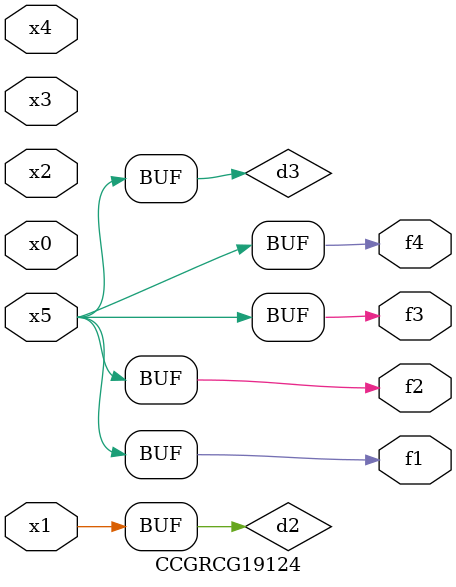
<source format=v>
module CCGRCG19124(
	input x0, x1, x2, x3, x4, x5,
	output f1, f2, f3, f4
);

	wire d1, d2, d3;

	not (d1, x5);
	or (d2, x1);
	xnor (d3, d1);
	assign f1 = d3;
	assign f2 = d3;
	assign f3 = d3;
	assign f4 = d3;
endmodule

</source>
